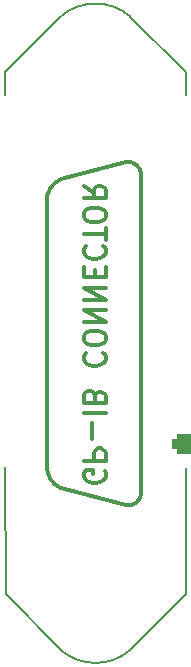
<source format=gbo>
G04 #@! TF.GenerationSoftware,KiCad,Pcbnew,6.0.1-79c1e3a40b~116~ubuntu20.04.1*
G04 #@! TF.CreationDate,2022-01-18T16:47:47+01:00*
G04 #@! TF.ProjectId,Pro_Micro_GPIB,50726f5f-4d69-4637-926f-5f475049422e,rev?*
G04 #@! TF.SameCoordinates,Original*
G04 #@! TF.FileFunction,Legend,Bot*
G04 #@! TF.FilePolarity,Positive*
%FSLAX46Y46*%
G04 Gerber Fmt 4.6, Leading zero omitted, Abs format (unit mm)*
G04 Created by KiCad (PCBNEW 6.0.1-79c1e3a40b~116~ubuntu20.04.1) date 2022-01-18 16:47:47*
%MOMM*%
%LPD*%
G01*
G04 APERTURE LIST*
G04 Aperture macros list*
%AMRoundRect*
0 Rectangle with rounded corners*
0 $1 Rounding radius*
0 $2 $3 $4 $5 $6 $7 $8 $9 X,Y pos of 4 corners*
0 Add a 4 corners polygon primitive as box body*
4,1,4,$2,$3,$4,$5,$6,$7,$8,$9,$2,$3,0*
0 Add four circle primitives for the rounded corners*
1,1,$1+$1,$2,$3*
1,1,$1+$1,$4,$5*
1,1,$1+$1,$6,$7*
1,1,$1+$1,$8,$9*
0 Add four rect primitives between the rounded corners*
20,1,$1+$1,$2,$3,$4,$5,0*
20,1,$1+$1,$4,$5,$6,$7,0*
20,1,$1+$1,$6,$7,$8,$9,0*
20,1,$1+$1,$8,$9,$2,$3,0*%
G04 Aperture macros list end*
%ADD10C,0.150000*%
%ADD11C,0.300000*%
%ADD12C,6.400000*%
%ADD13C,0.800000*%
%ADD14R,0.850000X0.850000*%
%ADD15RoundRect,0.425000X0.775000X-0.425000X0.775000X0.425000X-0.775000X0.425000X-0.775000X-0.425000X0*%
%ADD16O,2.400000X1.700000*%
G04 APERTURE END LIST*
D10*
X104201255Y-76440032D02*
X104201255Y-74530032D01*
X104206255Y-118730032D02*
X108887555Y-123476742D01*
X104201255Y-74530032D02*
X108887555Y-69806542D01*
X119456255Y-118750032D02*
X114767655Y-123464042D01*
X119476255Y-76469677D02*
X119476255Y-74500032D01*
X108895402Y-123481574D02*
G75*
G03*
X114767655Y-123464042I2925863J3446534D01*
G01*
X104206255Y-118730032D02*
X104201255Y-108010032D01*
X114767662Y-69819234D02*
G75*
G03*
X108895395Y-69801702I-2946397J-3429008D01*
G01*
X119456255Y-118750032D02*
X119446255Y-108067522D01*
X119456255Y-74500032D02*
X114780355Y-69831942D01*
D11*
X112588185Y-108288603D02*
X112673899Y-108460032D01*
X112673899Y-108717174D01*
X112588185Y-108974317D01*
X112416756Y-109145746D01*
X112245327Y-109231460D01*
X111902470Y-109317174D01*
X111645327Y-109317174D01*
X111302470Y-109231460D01*
X111131042Y-109145746D01*
X110959613Y-108974317D01*
X110873899Y-108717174D01*
X110873899Y-108545746D01*
X110959613Y-108288603D01*
X111045327Y-108202889D01*
X111645327Y-108202889D01*
X111645327Y-108545746D01*
X110873899Y-107431460D02*
X112673899Y-107431460D01*
X112673899Y-106745746D01*
X112588185Y-106574317D01*
X112502470Y-106488603D01*
X112331042Y-106402889D01*
X112073899Y-106402889D01*
X111902470Y-106488603D01*
X111816756Y-106574317D01*
X111731042Y-106745746D01*
X111731042Y-107431460D01*
X111559613Y-105631460D02*
X111559613Y-104260032D01*
X110873899Y-103402889D02*
X112673899Y-103402889D01*
X111816756Y-101945746D02*
X111731042Y-101688603D01*
X111645327Y-101602889D01*
X111473899Y-101517174D01*
X111216756Y-101517174D01*
X111045327Y-101602889D01*
X110959613Y-101688603D01*
X110873899Y-101860032D01*
X110873899Y-102545746D01*
X112673899Y-102545746D01*
X112673899Y-101945746D01*
X112588185Y-101774317D01*
X112502470Y-101688603D01*
X112331042Y-101602889D01*
X112159613Y-101602889D01*
X111988185Y-101688603D01*
X111902470Y-101774317D01*
X111816756Y-101945746D01*
X111816756Y-102545746D01*
X111045327Y-98345746D02*
X110959613Y-98431460D01*
X110873899Y-98688603D01*
X110873899Y-98860032D01*
X110959613Y-99117174D01*
X111131042Y-99288603D01*
X111302470Y-99374317D01*
X111645327Y-99460032D01*
X111902470Y-99460032D01*
X112245327Y-99374317D01*
X112416756Y-99288603D01*
X112588185Y-99117174D01*
X112673899Y-98860032D01*
X112673899Y-98688603D01*
X112588185Y-98431460D01*
X112502470Y-98345746D01*
X112673899Y-97231460D02*
X112673899Y-96888603D01*
X112588185Y-96717174D01*
X112416756Y-96545746D01*
X112073899Y-96460032D01*
X111473899Y-96460032D01*
X111131042Y-96545746D01*
X110959613Y-96717174D01*
X110873899Y-96888603D01*
X110873899Y-97231460D01*
X110959613Y-97402889D01*
X111131042Y-97574317D01*
X111473899Y-97660032D01*
X112073899Y-97660032D01*
X112416756Y-97574317D01*
X112588185Y-97402889D01*
X112673899Y-97231460D01*
X110873899Y-95688603D02*
X112673899Y-95688603D01*
X110873899Y-94660032D01*
X112673899Y-94660032D01*
X110873899Y-93802889D02*
X112673899Y-93802889D01*
X110873899Y-92774317D01*
X112673899Y-92774317D01*
X111816756Y-91917174D02*
X111816756Y-91317174D01*
X110873899Y-91060032D02*
X110873899Y-91917174D01*
X112673899Y-91917174D01*
X112673899Y-91060032D01*
X111045327Y-89260032D02*
X110959613Y-89345746D01*
X110873899Y-89602889D01*
X110873899Y-89774317D01*
X110959613Y-90031460D01*
X111131042Y-90202889D01*
X111302470Y-90288603D01*
X111645327Y-90374317D01*
X111902470Y-90374317D01*
X112245327Y-90288603D01*
X112416756Y-90202889D01*
X112588185Y-90031460D01*
X112673899Y-89774317D01*
X112673899Y-89602889D01*
X112588185Y-89345746D01*
X112502470Y-89260032D01*
X112673899Y-88745746D02*
X112673899Y-87717174D01*
X110873899Y-88231460D02*
X112673899Y-88231460D01*
X112673899Y-86774317D02*
X112673899Y-86431460D01*
X112588185Y-86260032D01*
X112416756Y-86088603D01*
X112073899Y-86002889D01*
X111473899Y-86002889D01*
X111131042Y-86088603D01*
X110959613Y-86260032D01*
X110873899Y-86431460D01*
X110873899Y-86774317D01*
X110959613Y-86945746D01*
X111131042Y-87117174D01*
X111473899Y-87202889D01*
X112073899Y-87202889D01*
X112416756Y-87117174D01*
X112588185Y-86945746D01*
X112673899Y-86774317D01*
X110873899Y-84202889D02*
X111731042Y-84802889D01*
X110873899Y-85231460D02*
X112673899Y-85231460D01*
X112673899Y-84545746D01*
X112588185Y-84374317D01*
X112502470Y-84288603D01*
X112331042Y-84202889D01*
X112073899Y-84202889D01*
X111902470Y-84288603D01*
X111816756Y-84374317D01*
X111731042Y-84545746D01*
X111731042Y-85231460D01*
X107685719Y-85538233D02*
X107717525Y-107887334D01*
X108924882Y-109770367D02*
X114445719Y-111228233D01*
X115705719Y-110198233D02*
X115698440Y-83169031D01*
X108904902Y-83606187D02*
X114438440Y-82139031D01*
X107717525Y-107887334D02*
G75*
G03*
X108924882Y-109770367I1955825J-74552D01*
G01*
X108904902Y-83606187D02*
G75*
G03*
X107685719Y-85518233I759261J-1828848D01*
G01*
X115698439Y-83169031D02*
G75*
G03*
X114438440Y-82139031I-1131692J-98721D01*
G01*
X114445719Y-111228234D02*
G75*
G03*
X115705719Y-110198233I128307J1128722D01*
G01*
%LPC*%
D12*
X111950000Y-73230000D03*
D13*
X109550000Y-73230000D03*
X110252944Y-71532944D03*
X113647056Y-74927056D03*
X111950000Y-75630000D03*
X111950000Y-70830000D03*
X114350000Y-73230000D03*
X110252944Y-74927056D03*
X113647056Y-71532944D03*
D14*
X108320000Y-76810000D03*
D12*
X111910000Y-119990000D03*
D13*
X111910000Y-122390000D03*
X113607056Y-121687056D03*
X110212944Y-121687056D03*
X109510000Y-119990000D03*
X113607056Y-118292944D03*
X114310000Y-119990000D03*
X111910000Y-117590000D03*
X110212944Y-118292944D03*
D15*
X119455300Y-106039300D03*
D16*
X119455300Y-103499300D03*
X119455300Y-100959300D03*
X119455300Y-98419300D03*
X119455300Y-95879300D03*
X119455300Y-93339300D03*
X119455300Y-90799300D03*
X119455300Y-88259300D03*
X119455300Y-85719300D03*
X119455300Y-83179300D03*
X119455300Y-80639300D03*
X119455300Y-78099300D03*
X104215300Y-78099300D03*
X104215300Y-80639300D03*
X104215300Y-83179300D03*
X104215300Y-85719300D03*
X104215300Y-88259300D03*
X104215300Y-90799300D03*
X104215300Y-93339300D03*
X104215300Y-95879300D03*
X104215300Y-98419300D03*
X104215300Y-100959300D03*
X104215300Y-103499300D03*
X104215300Y-106039300D03*
D14*
X115560000Y-76720000D03*
M02*

</source>
